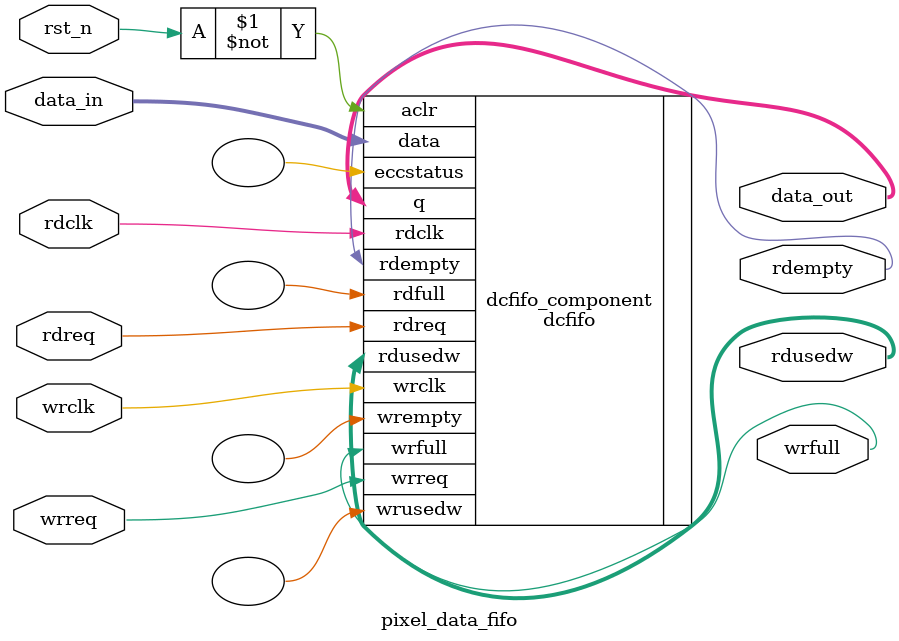
<source format=v>
module pixel_data_fifo
#(
	parameter ADDR_W = 10
	
)
(
	input wire 						rdclk,
	input wire 						wrclk,
	input wire 						rst_n,
	input wire 						rdreq,
	input wire 						wrreq,
	input wire [7:0] 				data_in,
	output wire [7:0] 				data_out,
	output wire 					rdempty,
	output wire 					wrfull,
	output wire [ADDR_W - 1 : 0]	rdusedw
);


dcfifo	dcfifo_component (
				.aclr (~rst_n),
				.data (data_in),
				.rdclk (rdclk),
				.rdreq (rdreq),
				.wrclk (wrclk),
				.wrreq (wrreq),
				.q (data_out),
				.rdempty (rdempty),
				.rdusedw (rdusedw),
				.wrfull (wrfull),
				.eccstatus (),
				.rdfull (),
				.wrempty (),
				.wrusedw ());
	defparam
		dcfifo_component.intended_device_family = "Cyclone IV E",
		dcfifo_component.lpm_numwords = 2**ADDR_W,
		dcfifo_component.lpm_showahead = "OFF",
		dcfifo_component.lpm_type = "dcfifo",
		dcfifo_component.lpm_width = 8,
		dcfifo_component.lpm_widthu = ADDR_W,
		dcfifo_component.overflow_checking = "ON",
		dcfifo_component.rdsync_delaypipe = 4,
		dcfifo_component.read_aclr_synch = "OFF",
		dcfifo_component.underflow_checking = "ON",
		dcfifo_component.use_eab = "ON",
		dcfifo_component.write_aclr_synch = "OFF",
		dcfifo_component.wrsync_delaypipe = 4;
		
	
endmodule

</source>
